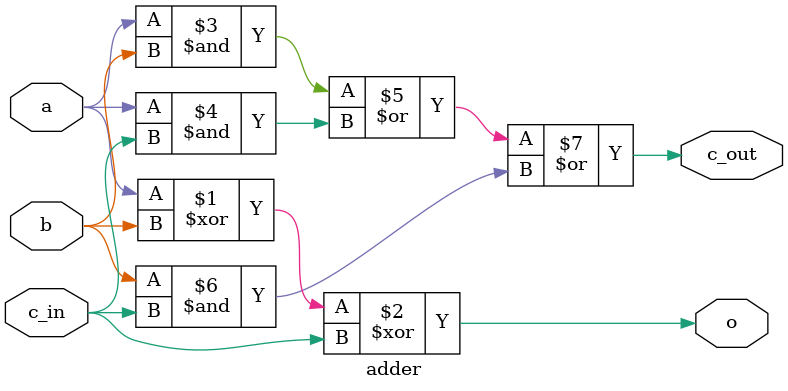
<source format=v>
`timescale 1ns / 1ps
module adder(
    input a,
    input b,
    input c_in,
    output o,
    output c_out
    );

	
	assign o = a ^ b ^ c_in;
	assign c_out = (a & b) | (a & c_in) | (b & c_in);
	
endmodule
</source>
